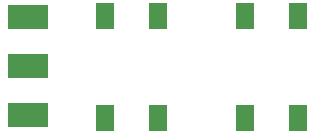
<source format=gbr>
%TF.GenerationSoftware,KiCad,Pcbnew,(6.0.4-0)*%
%TF.CreationDate,2022-07-05T16:22:49+02:00*%
%TF.ProjectId,Button PCB,42757474-6f6e-4205-9043-422e6b696361,rev?*%
%TF.SameCoordinates,Original*%
%TF.FileFunction,Soldermask,Top*%
%TF.FilePolarity,Negative*%
%FSLAX46Y46*%
G04 Gerber Fmt 4.6, Leading zero omitted, Abs format (unit mm)*
G04 Created by KiCad (PCBNEW (6.0.4-0)) date 2022-07-05 16:22:49*
%MOMM*%
%LPD*%
G01*
G04 APERTURE LIST*
%ADD10R,3.500000X2.000000*%
%ADD11R,1.500000X2.200000*%
G04 APERTURE END LIST*
D10*
%TO.C,P2*%
X129490800Y-101618100D03*
%TD*%
%TO.C,P1*%
X129490800Y-97486200D03*
%TD*%
D11*
%TO.C,SW1*%
X140490013Y-97390000D03*
X140490013Y-105990000D03*
X135989886Y-97390000D03*
X135989886Y-105990000D03*
%TD*%
D10*
%TO.C,P3*%
X129490800Y-105750000D03*
%TD*%
D11*
%TO.C,SW2*%
X152310013Y-97390000D03*
X152310013Y-105990000D03*
X147809886Y-97390000D03*
X147809886Y-105990000D03*
%TD*%
M02*

</source>
